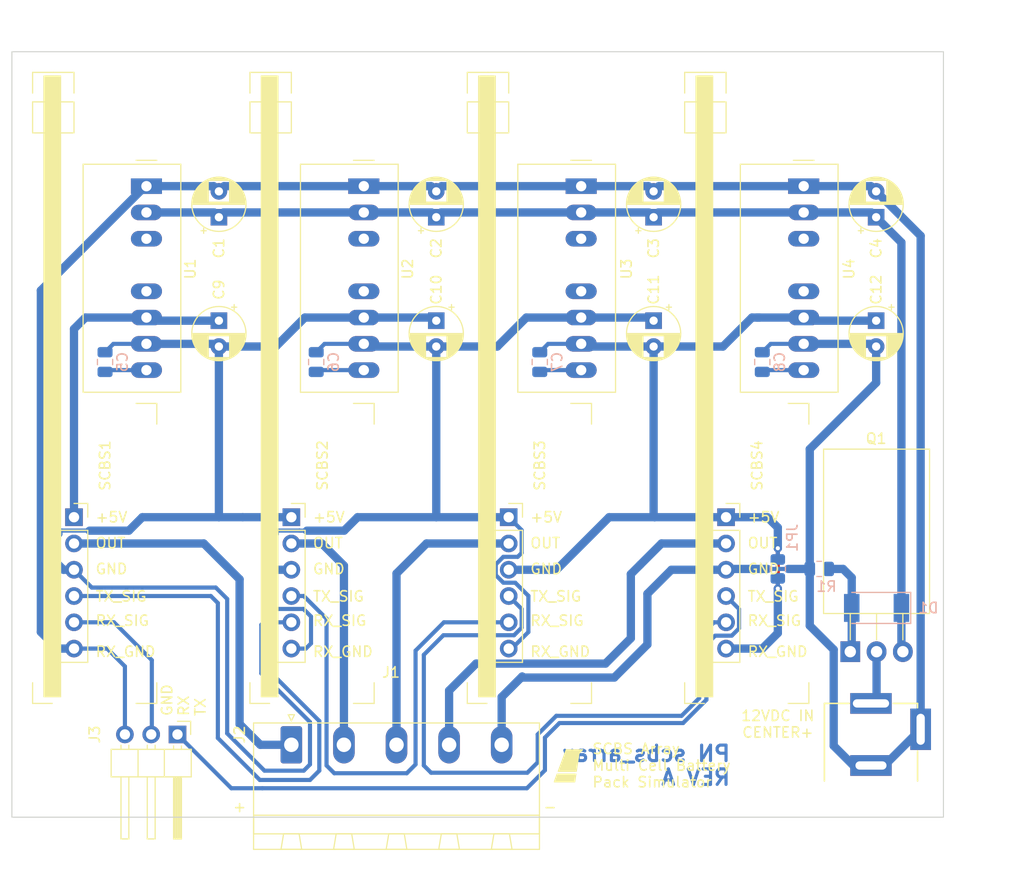
<source format=kicad_pcb>
(kicad_pcb (version 20211014) (generator pcbnew)
  (title_block (title "SCBS Pico Array") (date "2022-11-24") (rev "A") (company "Pants for Birds") (comment 1 "John McNelly - jkailimcnelly@gmail.com"))
  (layers (0 "F.Cu" signal) (31 "B.Cu" signal) (34 "B.Paste" user) (35 "F.Paste" user) (36 "B.SilkS" user "B.Silkscreen") (37 "F.SilkS" user "F.Silkscreen") (38 "B.Mask" user) (39 "F.Mask" user) (44 "Edge.Cuts" user))
  (net 0 "")
  (net 1 "+12V")
  (net 2 "GND")
  (net 3 "Net-(C5-Pad1)")
  (net 4 "/CELL2_5V")
  (net 5 "Net-(C6-Pad1)")
  (net 6 "/CELL3_5V")
  (net 7 "Net-(C7-Pad1)")
  (net 8 "+5V")
  (net 9 "Net-(C8-Pad1)")
  (net 10 "/CELL1_5V")
  (net 11 "Net-(D1-Pad2)")
  (net 12 "Net-(J1-Pad1)")
  (net 13 "/CELL1_OUT")
  (net 14 "/CELL2_OUT")
  (net 15 "/CELL3_OUT")
  (net 16 "/CELL4_OUT")
  (net 17 "/ARRAY_TX")
  (net 18 "/ARRAY_RX")
  (net 19 "Net-(SCBS1-Pad4)")
  (net 20 "Net-(SCBS2-Pad4)")
  (net 21 "Net-(SCBS3-Pad4)")
  (footprint "lib_fp:SCBS_Pico" (layer "F.Cu") (at 47 65)
    (fp_text reference "SCBS2" (at 3 -5 90) (layer "F.SilkS"))
    (fp_text value "SCBS_Pico")
    (fp_text user "RX_SIG" (at 2 10 unlocked) (layer "F.SilkS") (effects (justify left)))
    (fp_text user "OUT" (at 2 2.5 unlocked) (layer "F.SilkS") (effects (justify left)))
    (fp_text user "TX_SIG" (at 2 7.65 unlocked) (layer "F.SilkS") (effects (justify left)))
    (fp_text user "+5V" (at 2 0 unlocked) (layer "F.SilkS") (effects (justify left)))
    (fp_text user "GND" (at 2 5 unlocked) (layer "F.SilkS") (effects (justify left)))
    (fp_text user "RX_GND" (at 2 13 unlocked) (layer "F.SilkS") (effects (justify left)))
    (pad "1" thru_hole rect (at 0 0) (size 1.7 1.7) (drill 1) (layers *.Cu *.Mask) (net 4 "/CELL2_5V"))
    (pad "2" thru_hole oval (at 0 2.54) (size 1.7 1.7) (drill 1) (layers *.Cu *.Mask) (net 14 "/CELL2_OUT"))
    (pad "3" thru_hole oval (at 0 5.08) (size 1.7 1.7) (drill 1) (layers *.Cu *.Mask) (net 6 "/CELL3_5V"))
    (pad "4" thru_hole oval (at 0 7.62) (size 1.7 1.7) (drill 1) (layers *.Cu *.Mask) (net 20 "Net-(SCBS2-Pad4)"))
    (pad "5" thru_hole oval (at 0 10.16) (size 1.7 1.7) (drill 1) (layers *.Cu *.Mask) (net 19 "Net-(SCBS1-Pad4)"))
    (pad "6" thru_hole oval (at 0 12.7) (size 1.7 1.7) (drill 1) (layers *.Cu *.Mask) (net 4 "/CELL2_5V"))
  )
  (footprint "Converter_DCDC:Converter_DCDC_TRACO_TMR-xxxx_THT" (layer "F.Cu") (at 33 33 -90)
    (fp_text reference "U1" (at 8 -4.24 90) (layer "F.SilkS"))
    (fp_text value "WRB1205S-3WR2")
    (pad "1" thru_hole rect (at 0 0 270) (size 1.5 3) (drill 1) (layers *.Cu *.Mask) (net 2 "GND"))
    (pad "2" thru_hole oval (at 2.54 0 270) (size 1.5 3) (drill 1) (layers *.Cu *.Mask) (net 1 "+12V"))
    (pad "3" thru_hole oval (at 5.08 0 270) (size 1.5 3) (drill 1) (layers *.Cu *.Mask))
    (pad "5" thru_hole oval (at 10.16 0 270) (size 1.5 3) (drill 1) (layers *.Cu *.Mask))
    (pad "6" thru_hole oval (at 12.7 0 270) (size 1.5 3) (drill 1) (layers *.Cu *.Mask) (net 10 "/CELL1_5V"))
    (pad "7" thru_hole oval (at 15.24 0 270) (size 1.5 3) (drill 1) (layers *.Cu *.Mask) (net 4 "/CELL2_5V"))
    (pad "8" thru_hole oval (at 17.78 0 270) (size 1.5 3) (drill 1) (layers *.Cu *.Mask) (net 3 "Net-(C5-Pad1)"))
  )
  (footprint "Capacitor_THT:CP_Radial_D5.0mm_P2.50mm" (layer "F.Cu") (at 61 46 -90)
    (fp_text reference "C10" (at -3 0 90) (layer "F.SilkS"))
    (fp_text value "100uF")
    (pad "1" thru_hole rect (at 0 0 270) (size 1.6 1.6) (drill 0.8) (layers *.Cu *.Mask) (net 4 "/CELL2_5V"))
    (pad "2" thru_hole circle (at 2.5 0 270) (size 1.6 1.6) (drill 0.8) (layers *.Cu *.Mask) (net 6 "/CELL3_5V"))
  )
  (footprint "Capacitor_THT:CP_Radial_D5.0mm_P2.50mm" (layer "F.Cu") (at 103.5 46 -90)
    (fp_text reference "C12" (at -3 0 90) (layer "F.SilkS"))
    (fp_text value "100uF")
    (pad "1" thru_hole rect (at 0 0 270) (size 1.6 1.6) (drill 0.8) (layers *.Cu *.Mask) (net 8 "+5V"))
    (pad "2" thru_hole circle (at 2.5 0 270) (size 1.6 1.6) (drill 0.8) (layers *.Cu *.Mask) (net 2 "GND"))
  )
  (footprint "Connector_PinHeader_2.54mm:PinHeader_1x03_P2.54mm_Horizontal" (layer "F.Cu") (at 36 86 -90)
    (fp_text reference "J3" (at 0 8 90) (layer "F.SilkS"))
    (fp_text value "Conn_01x03_Male")
    (pad "1" thru_hole rect (at 0 0 270) (size 1.7 1.7) (drill 1) (layers *.Cu *.Mask) (net 17 "/ARRAY_TX"))
    (pad "2" thru_hole oval (at 0 2.54 270) (size 1.7 1.7) (drill 1) (layers *.Cu *.Mask) (net 18 "/ARRAY_RX"))
    (pad "3" thru_hole oval (at 0 5.08 270) (size 1.7 1.7) (drill 1) (layers *.Cu *.Mask) (net 2 "GND"))
  )
  (footprint "Custom_Graphic:bird_with_pants_small_flipped" (layer "F.Cu") (at 74 89)
    (fp_text reference "GRAPHIC1" hide)
    (fp_text value "Graphic" hide)
  )
  (footprint "Capacitor_THT:CP_Radial_D5.0mm_P2.50mm" (layer "F.Cu") (at 61 36 90)
    (fp_text reference "C2" (at -3 0 90) (layer "F.SilkS"))
    (fp_text value "100uF 25V")
    (pad "1" thru_hole rect (at 0 0 90) (size 1.6 1.6) (drill 0.8) (layers *.Cu *.Mask) (net 1 "+12V"))
    (pad "2" thru_hole circle (at 2.5 0 90) (size 1.6 1.6) (drill 0.8) (layers *.Cu *.Mask) (net 2 "GND"))
  )
  (footprint "Capacitor_THT:CP_Radial_D5.0mm_P2.50mm" (layer "F.Cu") (at 82 46 -90)
    (fp_text reference "C11" (at -3 0 90) (layer "F.SilkS"))
    (fp_text value "100uF")
    (pad "1" thru_hole rect (at 0 0 270) (size 1.6 1.6) (drill 0.8) (layers *.Cu *.Mask) (net 6 "/CELL3_5V"))
    (pad "2" thru_hole circle (at 2.5 0 270) (size 1.6 1.6) (drill 0.8) (layers *.Cu *.Mask) (net 8 "+5V"))
  )
  (footprint "Converter_DCDC:Converter_DCDC_TRACO_TMR-xxxx_THT" (layer "F.Cu") (at 96.5 33 -90)
    (fp_text reference "U4" (at 8 -4.38 90) (layer "F.SilkS"))
    (fp_text value "WRB1205S-3WR2")
    (pad "1" thru_hole rect (at 0 0 270) (size 1.5 3) (drill 1) (layers *.Cu *.Mask) (net 2 "GND"))
    (pad "2" thru_hole oval (at 2.54 0 270) (size 1.5 3) (drill 1) (layers *.Cu *.Mask) (net 1 "+12V"))
    (pad "3" thru_hole oval (at 5.08 0 270) (size 1.5 3) (drill 1) (layers *.Cu *.Mask))
    (pad "5" thru_hole oval (at 10.16 0 270) (size 1.5 3) (drill 1) (layers *.Cu *.Mask))
    (pad "6" thru_hole oval (at 12.7 0 270) (size 1.5 3) (drill 1) (layers *.Cu *.Mask) (net 8 "+5V"))
    (pad "7" thru_hole oval (at 15.24 0 270) (size 1.5 3) (drill 1) (layers *.Cu *.Mask) (net 2 "GND"))
    (pad "8" thru_hole oval (at 17.78 0 270) (size 1.5 3) (drill 1) (layers *.Cu *.Mask) (net 9 "Net-(C8-Pad1)"))
  )
  (footprint "Capacitor_THT:CP_Radial_D5.0mm_P2.50mm" (layer "F.Cu") (at 40 36 90)
    (fp_text reference "C1" (at -3 0 90) (layer "F.SilkS"))
    (fp_text value "100uF 25V")
    (pad "1" thru_hole rect (at 0 0 90) (size 1.6 1.6) (drill 0.8) (layers *.Cu *.Mask) (net 1 "+12V"))
    (pad "2" thru_hole circle (at 2.5 0 90) (size 1.6 1.6) (drill 0.8) (layers *.Cu *.Mask) (net 2 "GND"))
  )
  (footprint "Custom_Connector_BarrelJack:SOFNG_DC005-T20" (layer "F.Cu") (at 103 96.5 90)
    (fp_text reference "J1" (at 16.5 -46.365) (layer "F.SilkS"))
    (fp_text value "Barrel_Jack")
    (pad "1" thru_hole rect (at 13.5 0 90) (size 2 4) (drill oval 0.8 3.5) (layers *.Cu *.Mask) (net 12 "Net-(J1-Pad1)"))
    (pad "2" thru_hole rect (at 11 4.8 90) (size 4 2) (drill oval 3 0.8) (layers *.Cu *.Mask) (net 2 "GND"))
    (pad "2" thru_hole rect (at 7.5 0 90) (size 2 4) (drill oval 0.8 3) (layers *.Cu *.Mask) (net 2 "GND"))
  )
  (footprint "lib_fp:SCBS_Pico" (layer "F.Cu") (at 68 65)
    (fp_text reference "SCBS3" (at 3 -5 90) (layer "F.SilkS"))
    (fp_text value "SCBS_Pico")
    (fp_text user "OUT" (at 2 2.5 unlocked) (layer "F.SilkS") (effects (justify left)))
    (fp_text user "GND" (at 2 5 unlocked) (layer "F.SilkS") (effects (justify left)))
    (fp_text user "RX_GND" (at 2 13 unlocked) (layer "F.SilkS") (effects (justify left)))
    (fp_text user "+5V" (at 2 0 unlocked) (layer "F.SilkS") (effects (justify left)))
    (fp_text user "TX_SIG" (at 2 7.65 unlocked) (layer "F.SilkS") (effects (justify left)))
    (fp_text user "RX_SIG" (at 2 10 unlocked) (layer "F.SilkS") (effects (justify left)))
    (pad "1" thru_hole rect (at 0 0) (size 1.7 1.7) (drill 1) (layers *.Cu *.Mask) (net 6 "/CELL3_5V"))
    (pad "2" thru_hole oval (at 0 2.54) (size 1.7 1.7) (drill 1) (layers *.Cu *.Mask) (net 15 "/CELL3_OUT"))
    (pad "3" thru_hole oval (at 0 5.08) (size 1.7 1.7) (drill 1) (layers *.Cu *.Mask) (net 8 "+5V"))
    (pad "4" thru_hole oval (at 0 7.62) (size 1.7 1.7) (drill 1) (layers *.Cu *.Mask) (net 21 "Net-(SCBS3-Pad4)"))
    (pad "5" thru_hole oval (at 0 10.16) (size 1.7 1.7) (drill 1) (layers *.Cu *.Mask) (net 20 "Net-(SCBS2-Pad4)"))
    (pad "6" thru_hole oval (at 0 12.7) (size 1.7 1.7) (drill 1) (layers *.Cu *.Mask) (net 6 "/CELL3_5V"))
  )
  (footprint "Connector_Phoenix_MSTB:PhoenixContact_MSTBA_2,5_5-G-5,08_1x05_P5.08mm_Horizontal" (layer "F.Cu") (at 47 87)
    (fp_text reference "J2" (at -5 -1 90) (layer "F.SilkS"))
    (fp_text value "Phoenix MSTBA 1x05 5.08mm")
    (pad "1" thru_hole roundrect (at 0 0) (size 2.08 3.6) (drill 1.4) (layers *.Cu *.Mask) (roundrect_rratio 0.120192) (net 13 "/CELL1_OUT"))
    (pad "2" thru_hole oval (at 5.08 0) (size 2.08 3.6) (drill 1.4) (layers *.Cu *.Mask) (net 14 "/CELL2_OUT"))
    (pad "3" thru_hole oval (at 10.16 0) (size 2.08 3.6) (drill 1.4) (layers *.Cu *.Mask) (net 15 "/CELL3_OUT"))
    (pad "4" thru_hole oval (at 15.24 0) (size 2.08 3.6) (drill 1.4) (layers *.Cu *.Mask) (net 16 "/CELL4_OUT"))
    (pad "5" thru_hole oval (at 20.32 0) (size 2.08 3.6) (drill 1.4) (layers *.Cu *.Mask) (net 2 "GND"))
  )
  (footprint "lib_fp:SCBS_Pico" (layer "F.Cu") (at 26 65)
    (fp_text reference "SCBS1" (at 3 -5 90) (layer "F.SilkS"))
    (fp_text value "SCBS_Pico")
    (fp_text user "GND" (at 2 5 unlocked) (layer "F.SilkS") (effects (justify left)))
    (fp_text user "OUT" (at 2 2.5 unlocked) (layer "F.SilkS") (effects (justify left)))
    (fp_text user "+5V" (at 2 0 unlocked) (layer "F.SilkS") (effects (justify left)))
    (fp_text user "RX_SIG" (at 2 10 unlocked) (layer "F.SilkS") (effects (justify left)))
    (fp_text user "RX_GND" (at 2 13 unlocked) (layer "F.SilkS") (effects (justify left)))
    (fp_text user "TX_SIG" (at 2 7.65 unlocked) (layer "F.SilkS") (effects (justify left)))
    (pad "1" thru_hole rect (at 0 0) (size 1.7 1.7) (drill 1) (layers *.Cu *.Mask) (net 10 "/CELL1_5V"))
    (pad "2" thru_hole oval (at 0 2.54) (size 1.7 1.7) (drill 1) (layers *.Cu *.Mask) (net 13 "/CELL1_OUT"))
    (pad "3" thru_hole oval (at 0 5.08) (size 1.7 1.7) (drill 1) (layers *.Cu *.Mask) (net 4 "/CELL2_5V"))
    (pad "4" thru_hole oval (at 0 7.62) (size 1.7 1.7) (drill 1) (layers *.Cu *.Mask) (net 19 "Net-(SCBS1-Pad4)"))
    (pad "5" thru_hole oval (at 0 10.16) (size 1.7 1.7) (drill 1) (layers *.Cu *.Mask) (net 18 "/ARRAY_RX"))
    (pad "6" thru_hole oval (at 0 12.7) (size 1.7 1.7) (drill 1) (layers *.Cu *.Mask) (net 2 "GND"))
  )
  (footprint "MountingHole:MountingHole_3.2mm_M3" (layer "F.Cu") (at 35 24)
    (fp_text reference "H4" hide)
    (fp_text value "MountingHole")
    (pad "" np_thru_hole circle (at 0 0) (size 3.2 3.2) (drill 3.2) (layers *.Cu *.Mask))
  )
  (footprint "MountingHole:MountingHole_3.2mm_M3" (layer "F.Cu") (at 24 90)
    (fp_text reference "H1" hide)
    (fp_text value "MountingHole")
    (pad "" np_thru_hole circle (at 0 0) (size 3.2 3.2) (drill 3.2) (layers *.Cu *.Mask))
  )
  (footprint "Converter_DCDC:Converter_DCDC_TRACO_TMR-xxxx_THT" (layer "F.Cu") (at 54 33 -90)
    (fp_text reference "U2" (at 8 -4.24 90) (layer "F.SilkS"))
    (fp_text value "WRB1205S-3WR2")
    (pad "1" thru_hole rect (at 0 0 270) (size 1.5 3) (drill 1) (layers *.Cu *.Mask) (net 2 "GND"))
    (pad "2" thru_hole oval (at 2.54 0 270) (size 1.5 3) (drill 1) (layers *.Cu *.Mask) (net 1 "+12V"))
    (pad "3" thru_hole oval (at 5.08 0 270) (size 1.5 3) (drill 1) (layers *.Cu *.Mask))
    (pad "5" thru_hole oval (at 10.16 0 270) (size 1.5 3) (drill 1) (layers *.Cu *.Mask))
    (pad "6" thru_hole oval (at 12.7 0 270) (size 1.5 3) (drill 1) (layers *.Cu *.Mask) (net 4 "/CELL2_5V"))
    (pad "7" thru_hole oval (at 15.24 0 270) (size 1.5 3) (drill 1) (layers *.Cu *.Mask) (net 6 "/CELL3_5V"))
    (pad "8" thru_hole oval (at 17.78 0 270) (size 1.5 3) (drill 1) (layers *.Cu *.Mask) (net 5 "Net-(C6-Pad1)"))
  )
  (footprint "Capacitor_THT:CP_Radial_D5.0mm_P2.50mm" (layer "F.Cu") (at 40 46 -90)
    (fp_text reference "C9" (at -3 0 90) (layer "F.SilkS"))
    (fp_text value "100uF")
    (pad "1" thru_hole rect (at 0 0 270) (size 1.6 1.6) (drill 0.8) (layers *.Cu *.Mask) (net 10 "/CELL1_5V"))
    (pad "2" thru_hole circle (at 2.5 0 270) (size 1.6 1.6) (drill 0.8) (layers *.Cu *.Mask) (net 4 "/CELL2_5V"))
  )
  (footprint "lib_fp:SCBS_Pico" (layer "F.Cu") (at 89 65)
    (fp_text reference "SCBS4" (at 3 -5 90) (layer "F.SilkS"))
    (fp_text value "SCBS_Pico")
    (fp_text user "OUT" (at 2 2.5 unlocked) (layer "F.SilkS") (effects (justify left)))
    (fp_text user "GND" (at 2 5 unlocked) (layer "F.SilkS") (effects (justify left)))
    (fp_text user "RX_GND" (at 2 13 unlocked) (layer "F.SilkS") (effects (justify left)))
    (fp_text user "+5V" (at 2 0 unlocked) (layer "F.SilkS") (effects (justify left)))
    (fp_text user "TX_SIG" (at 2 7.65 unlocked) (layer "F.SilkS") (effects (justify left)))
    (fp_text user "RX_SIG" (at 2 10 unlocked) (layer "F.SilkS") (effects (justify left)))
    (pad "1" thru_hole rect (at 0 0) (size 1.7 1.7) (drill 1) (layers *.Cu *.Mask) (net 8 "+5V"))
    (pad "2" thru_hole oval (at 0 2.54) (size 1.7 1.7) (drill 1) (layers *.Cu *.Mask) (net 16 "/CELL4_OUT"))
    (pad "3" thru_hole oval (at 0 5.08) (size 1.7 1.7) (drill 1) (layers *.Cu *.Mask) (net 2 "GND"))
    (pad "4" thru_hole oval (at 0 7.62) (size 1.7 1.7) (drill 1) (layers *.Cu *.Mask) (net 17 "/ARRAY_TX"))
    (pad "5" thru_hole oval (at 0 10.16) (size 1.7 1.7) (drill 1) (layers *.Cu *.Mask) (net 21 "Net-(SCBS3-Pad4)"))
    (pad "6" thru_hole oval (at 0 12.7) (size 1.7 1.7) (drill 1) (layers *.Cu *.Mask) (net 8 "+5V"))
  )
  (footprint "MountingHole:MountingHole_3.2mm_M3" (layer "F.Cu") (at 94 90)
    (fp_text reference "H2" hide)
    (fp_text value "MountingHole")
    (pad "" np_thru_hole circle (at 0 0) (size 3.2 3.2) (drill 3.2) (layers *.Cu *.Mask))
  )
  (footprint "Package_TO_SOT_THT:TO-220-3_Horizontal_TabDown" (layer "F.Cu") (at 101 78)
    (fp_text reference "Q1" (at 2.5 -20.6) (layer "F.SilkS"))
    (fp_text value "FQP27P06")
    (pad "" np_thru_hole oval (at 2.54 -16.66) (size 3.5 3.5) (drill 3.5) (layers *.Cu *.Mask))
    (pad "1" thru_hole rect (at 0 0) (size 1.905 2) (drill 1.1) (layers *.Cu *.Mask) (net 11 "Net-(D1-Pad2)"))
    (pad "2" thru_hole oval (at 2.54 0) (size 1.905 2) (drill 1.1) (layers *.Cu *.Mask) (net 12 "Net-(J1-Pad1)"))
    (pad "3" thru_hole oval (at 5.08 0) (size 1.905 2) (drill 1.1) (layers *.Cu *.Mask) (net 1 "+12V"))
  )
  (footprint "Capacitor_THT:CP_Radial_D5.0mm_P2.50mm" (layer "F.Cu") (at 82 36 90)
    (fp_text reference "C3" (at -3 0 90) (layer "F.SilkS"))
    (fp_text value "100uF 25V")
    (pad "1" thru_hole rect (at 0 0 90) (size 1.6 1.6) (drill 0.8) (layers *.Cu *.Mask) (net 1 "+12V"))
    (pad "2" thru_hole circle (at 2.5 0 90) (size 1.6 1.6) (drill 0.8) (layers *.Cu *.Mask) (net 2 "GND"))
  )
  (footprint "MountingHole:MountingHole_3.2mm_M3" (layer "F.Cu") (at 106 24)
    (fp_text reference "H3" hide)
    (fp_text value "MountingHole")
    (pad "" np_thru_hole circle (at 0 0) (size 3.2 3.2) (drill 3.2) (layers *.Cu *.Mask))
  )
  (footprint "Converter_DCDC:Converter_DCDC_TRACO_TMR-xxxx_THT" (layer "F.Cu") (at 75 33 -90)
    (fp_text reference "U3" (at 8 -4.38 90) (layer "F.SilkS"))
    (fp_text value "WRB1205S-3WR2")
    (pad "1" thru_hole rect (at 0 0 270) (size 1.5 3) (drill 1) (layers *.Cu *.Mask) (net 2 "GND"))
    (pad "2" thru_hole oval (at 2.54 0 270) (size 1.5 3) (drill 1) (layers *.Cu *.Mask) (net 1 "+12V"))
    (pad "3" thru_hole oval (at 5.08 0 270) (size 1.5 3) (drill 1) (layers *.Cu *.Mask))
    (pad "5" thru_hole oval (at 10.16 0 270) (size 1.5 3) (drill 1) (layers *.Cu *.Mask))
    (pad "6" thru_hole oval (at 12.7 0 270) (size 1.5 3) (drill 1) (layers *.Cu *.Mask) (net 6 "/CELL3_5V"))
    (pad "7" thru_hole oval (at 15.24 0 270) (size 1.5 3) (drill 1) (layers *.Cu *.Mask) (net 8 "+5V"))
    (pad "8" thru_hole oval (at 17.78 0 270) (size 1.5 3) (drill 1) (layers *.Cu *.Mask) (net 7 "Net-(C7-Pad1)"))
  )
  (footprint "Capacitor_THT:CP_Radial_D5.0mm_P2.50mm" (layer "F.Cu") (at 103.5 36 90)
    (fp_text reference "C4" (at -3 0 90) (layer "F.SilkS"))
    (fp_text value "100uF 25V")
    (pad "1" thru_hole rect (at 0 0 90) (size 1.6 1.6) (drill 0.8) (layers *.Cu *.Mask) (net 1 "+12V"))
    (pad "2" thru_hole circle (at 2.5 0 90) (size 1.6 1.6) (drill 0.8) (layers *.Cu *.Mask) (net 2 "GND"))
  )
  (footprint "Custom_Graphic:PCB_PN_REV" (layer "B.Cu") (at 81.15 90.55 180)
    (fp_text reference "PCB1" hide)
    (fp_text value "PCB" hide)
    (fp_text user "${REV}" (at -8.4 0.4 unlocked) (layer "B.Cu") (effects (font (size 1.5 1.5) (thickness 0.3)) (justify left mirror)))
    (fp_text user "${MPN}" (at -8.4 2.7 unlocked) (layer "B.Cu") (effects (font (size 1.5 1.5) (thickness 0.3)) (justify left mirror)))
  )
  (footprint "Resistor_SMD:R_0805_2012Metric" (layer "B.Cu") (at 98 70 180)
    (fp_text reference "R1" (at -0.7 -1.7) (layer "B.SilkS") (effects (justify mirror)))
    (fp_text value "2k")
    (pad "1" smd roundrect (at -0.9125 0 180) (size 1.025 1.4) (layers "B.Cu" "B.Paste" "B.Mask") (roundrect_rratio 0.243902) (net 11 "Net-(D1-Pad2)"))
    (pad "2" smd roundrect (at 0.9125 0 180) (size 1.025 1.4) (layers "B.Cu" "B.Paste" "B.Mask") (roundrect_rratio 0.243902) (net 2 "GND"))
  )
  (footprint "Capacitor_SMD:C_0805_2012Metric" (layer "B.Cu") (at 71 50 90)
    (fp_text reference "C7" (at 0 1.68 90) (layer "B.SilkS") (effects (justify mirror)))
    (fp_text value "10uF")
    (pad "1" smd roundrect (at -0.95 0 90) (size 1 1.45) (layers "B.Cu" "B.Paste" "B.Mask") (net 7 "Net-(C7-Pad1)"))
    (pad "2" smd roundrect (at 0.95 0 90) (size 1 1.45) (layers "B.Cu" "B.Paste" "B.Mask") (net 8 "+5V"))
  )
  (footprint "Diode_SMD:D_MELF" (layer "B.Cu") (at 103.54 73.770001 180)
    (fp_text reference "D1" (at -5 0) (layer "B.SilkS") (effects (justify mirror)))
    (fp_text value "10V 0.5W")
    (pad "1" smd rect (at -2.4 0 180) (size 1.5 2.7) (layers "B.Cu" "B.Paste" "B.Mask") (net 1 "+12V"))
    (pad "2" smd rect (at 2.4 0 180) (size 1.5 2.7) (layers "B.Cu" "B.Paste" "B.Mask") (net 11 "Net-(D1-Pad2)"))
  )
  (footprint "Capacitor_SMD:C_0805_2012Metric" (layer "B.Cu") (at 49.4 50 90)
    (fp_text reference "C6" (at 0 1.68 90) (layer "B.SilkS") (effects (justify mirror)))
    (fp_text value "10uF")
    (pad "1" smd roundrect (at -0.95 0 90) (size 1 1.45) (layers "B.Cu" "B.Paste" "B.Mask") (net 5 "Net-(C6-Pad1)"))
    (pad "2" smd roundrect (at 0.95 0 90) (size 1 1.45) (layers "B.Cu" "B.Paste" "B.Mask") (net 6 "/CELL3_5V"))
  )
  (footprint "Resistor_SMD:R_0805_2012Metric" (layer "B.Cu") (at 94 70 90)
    (fp_text reference "JP1" (at 3 1.4 90) (layer "B.SilkS") (effects (justify mirror)))
    (fp_text value "0R")
    (pad "1" smd roundrect (at -0.9125 0 90) (size 1.025 1.4) (layers "B.Cu" "B.Paste" "B.Mask") (roundrect_rratio 0.243902) (net 8 "+5V"))
    (pad "2" smd roundrect (at 0.9125 0 90) (size 1.025 1.4) (layers "B.Cu" "B.Paste" "B.Mask") (roundrect_rratio 0.243902) (net 8 "+5V"))
  )
  (footprint "Capacitor_SMD:C_0805_2012Metric" (layer "B.Cu") (at 29 50 90)
    (fp_text reference "C5" (at 0 1.68 90) (layer "B.SilkS") (effects (justify mirror)))
    (fp_text value "10uF")
    (pad "1" smd roundrect (at -0.95 0 90) (size 1 1.45) (layers "B.Cu" "B.Paste" "B.Mask") (net 3 "Net-(C5-Pad1)"))
    (pad "2" smd roundrect (at 0.95 0 90) (size 1 1.45) (layers "B.Cu" "B.Paste" "B.Mask") (net 4 "/CELL2_5V"))
  )
  (footprint "Capacitor_SMD:C_0805_2012Metric" (layer "B.Cu") (at 92.5 50 90)
    (fp_text reference "C8" (at 0 1.68 90) (layer "B.SilkS") (effects (justify mirror)))
    (fp_text value "10uF")
    (pad "1" smd roundrect (at -0.95 0 90) (size 1 1.45) (layers "B.Cu" "B.Paste" "B.Mask") (net 9 "Net-(C8-Pad1)"))
    (pad "2" smd roundrect (at 0.95 0 90) (size 1 1.45) (layers "B.Cu" "B.Paste" "B.Mask") (net 2 "GND"))
  )
  (gr_rect (start 20 20) (end 110 94) (layer "Edge.Cuts") (width 0.1) (fill none))
  (gr_text "12VDC IN\nCENTER+" (at 94 85) (layer "F.SilkS") (effects (font (size 1 1))))
  (gr_text "GND\nRX\nTX" (at 36.6 84.3 90) (layer "F.SilkS") (effects (font (size 1 1)) (justify left)))
  (gr_text "+" (at 42 93) (layer "F.SilkS") (effects (font (size 1 1))))
  (gr_text "-" (at 72 93) (layer "F.SilkS") (effects (font (size 1 1))))
  (gr_text "SCBS Array\nMulti Cell Battery\nPack Simulator" (at 76 89) (layer "F.SilkS") (effects (font (size 1 1)) (justify left)))
  (segment (start 105.94 73.770001) (end 105.94 77.86) (width 0.8) (layer "B.Cu") (net 1))
  (segment (start 33 35.54) (end 39.54 35.54) (width 0.8) (layer "B.Cu") (net 1))
  (segment (start 105.94 77.86) (end 106.08 78) (width 0.8) (layer "B.Cu") (net 1))
  (segment (start 61.46 35.54) (end 61 36) (width 0.8) (layer "B.Cu") (net 1))
  (segment (start 39.54 35.54) (end 40 36) (width 0.8) (layer "B.Cu") (net 1))
  (segment (start 82.46 35.54) (end 82 36) (width 0.8) (layer "B.Cu") (net 1))
  (segment (start 81.54 35.54) (end 82 36) (width 0.8) (layer "B.Cu") (net 1))
  (segment (start 105.94 38.44) (end 103.5 36) (width 0.8) (layer "B.Cu") (net 1))
  (segment (start 96.5 35.54) (end 82.46 35.54) (width 0.8) (layer "B.Cu") (net 1))
  (segment (start 40.46 35.54) (end 40 36) (width 0.8) (layer "B.Cu") (net 1))
  (segment (start 60.54 35.54) (end 61 36) (width 0.8) (layer "B.Cu") (net 1))
  (segment (start 75 35.54) (end 61.46 35.54) (width 0.8) (layer "B.Cu") (net 1))
  (segment (start 105.94 73.770001) (end 105.94 38.44) (width 0.8) (layer "B.Cu") (net 1))
  (segment (start 96.5 35.54) (end 103.04 35.54) (width 0.8) (layer "B.Cu") (net 1))
  (segment (start 54 35.54) (end 60.54 35.54) (width 0.8) (layer "B.Cu") (net 1))
  (segment (start 54 35.54) (end 40.46 35.54) (width 0.8) (layer "B.Cu") (net 1))
  (segment (start 75 35.54) (end 81.54 35.54) (width 0.8) (layer "B.Cu") (net 1))
  (segment (start 103.04 35.54) (end 103.5 36) (width 0.8) (layer "B.Cu") (net 1))
  (segment (start 67.32 82.38) (end 67.32 87) (width 0.8) (layer "B.Cu") (net 2))
  (segment (start 96.5 33) (end 103 33) (width 0.8) (layer "B.Cu") (net 2))
  (segment (start 75 33) (end 61.5 33) (width 0.8) (layer "B.Cu") (net 2))
  (segment (start 97.0875 70) (end 97.0875 75.4875) (width 0.8) (layer "B.Cu") (net 2))
  (segment (start 93 70) (end 89.08 70) (width 0.8) (layer "B.Cu") (net 2))
  (segment (start 97.0875 75.4875) (end 99.4 77.8) (width 0.8) (layer "B.Cu") (net 2))
  (segment (start 75 33) (end 81.5 33) (width 0.8) (layer "B.Cu") (net 2))
  (segment (start 99.4 87.1) (end 101.3 89) (width 0.8) (layer "B.Cu") (net 2))
  (segment (start 96.5 48.24) (end 93.31 48.24) (width 0.4) (layer "B.Cu") (net 2))
  (segment (start 30.92 79.42) (end 30.92 86) (width 0.4) (layer "B.Cu") (net 2))
  (segment (start 33 33) (end 32.880812 33) (width 0.8) (layer "B.Cu") (net 2))
  (segment (start 54 33) (end 40.5 33) (width 0.8) (layer "B.Cu") (net 2))
  (segment (start 33 33) (end 39.5 33) (width 0.8) (layer "B.Cu") (net 2))
  (segment (start 82.5 33) (end 82 33.5) (width 0.8) (layer "B.Cu") (net 2))
  (segment (start 81.5 33) (end 82 33.5) (width 0.8) (layer "B.Cu") (net 2))
  (segment (start 83.72 70.08) (end 81.4 72.4) (width 0.8) (layer "B.Cu") (net 2))
  (segment (start 89 70.08) (end 83.72 70.08) (width 0.8) (layer "B.Cu") (net 2))
  (segment (start 40.5 33) (end 40 33.5) (width 0.8) (layer "B.Cu") (net 2))
  (segment (start 103.24 48.24) (end 103.5 48.5) (width 0.8) (layer "B.Cu") (net 2))
  (segment (start 107.8 85.5) (end 107.8 37.8) (width 0.8) (layer "B.Cu") (net 2))
  (segment (start 69.4 80.5) (end 69.3 80.4) (width 0.8) (layer "B.Cu") (net 2))
  (segment (start 61.5 33) (end 61 33.5) (width 0.8) (layer "B.Cu") (net 2))
  (segment (start 69.3 80.4) (end 67.32 82.38) (width 0.8) (layer "B.Cu") (net 2))
  (segment (start 60.5 33) (end 61 33.5) (width 0.8) (layer "B.Cu") (net 2))
  (segment (start 26 77.7) (end 29.2 77.7) (width 0.4) (layer "B.Cu") (net 2))
  (segment (start 89.08 70) (end 89 70.08) (width 0.8) (layer "B.Cu") (net 2))
  (segment (start 97.0875 58.4125) (end 103.5 52) (width 0.8) (layer "B.Cu") (net 2))
  (segment (start 93.31 48.24) (end 92.5 49.05) (width 0.4) (layer "B.Cu") (net 2))
  (segment (start 78.2 80.5) (end 69.4 80.5) (width 0.8) (layer "B.Cu") (net 2))
  (segment (start 103.5 52) (end 103.5 48.5) (width 0.8) (layer "B.Cu") (net 2))
  (segment (start 81.4 77.3) (end 78.2 80.5) (width 0.8) (layer "B.Cu") (net 2))
  (segment (start 54 33) (end 60.5 33) (width 0.8) (layer "B.Cu") (net 2))
  (segment (start 22.8 76.1) (end 24.4 77.7) (width 0.8) (layer "B.Cu") (net 2))
  (segment (start 97.0875 70) (end 95 70) (width 0.8) (layer "B.Cu") (net 2))
  (segment (start 22.8 43.080812) (end 22.8 76.1) (width 0.8) (layer "B.Cu") (net 2))
  (segment (start 103 89) (end 104.3 89) (width 0.8) (layer "B.Cu") (net 2))
  (segment (start 107.8 37.8) (end 103.5 33.5) (width 0.8) (layer "B.Cu") (net 2))
  (segment (start 81.4 72.4) (end 81.4 77.3) (width 0.8) (layer "B.Cu") (net 2))
  (segment (start 32.880812 33) (end 22.8 43.080812) (width 0.8) (layer "B.Cu") (net 2))
  (segment (start 95 70) (end 93 70) (width 0.4) (layer "B.Cu") (net 2))
  (segment (start 99.4 77.8) (end 99.4 87.1) (width 0.8) (layer "B.Cu") (net 2))
  (segment (start 104.3 89) (end 107.8 85.5) (width 0.8) (layer "B.Cu") (net 2))
  (segment (start 96.5 33) (end 82.5 33) (width 0.8) (layer "B.Cu") (net 2))
  (segment (start 101.3 89) (end 103 89) (width 0.8) (layer "B.Cu") (net 2))
  (segment (start 96.5 48.24) (end 103.24 48.24) (width 0.8) (layer "B.Cu") (net 2))
  (segment (start 97.0875 70) (end 97.0875 58.4125) (width 0.8) (layer "B.Cu") (net 2))
  (segment (start 39.5 33) (end 40 33.5) (width 0.8) (layer "B.Cu") (net 2))
  (segment (start 103 33) (end 103.5 33.5) (width 0.8) (layer "B.Cu") (net 2))
  (segment (start 29.2 77.7) (end 30.92 79.42) (width 0.4) (layer "B.Cu") (net 2))
  (segment (start 24.4 77.7) (end 26 77.7) (width 0.8) (layer "B.Cu") (net 2))
  (segment (start 33 50.78) (end 29.17 50.78) (width 0.4) (layer "B.Cu") (net 3))
  (segment (start 29.17 50.78) (end 29 50.95) (width 0.4) (layer "B.Cu") (net 3))
  (segment (start 40 48.5) (end 45.5 48.5) (width 0.8) (layer "B.Cu") (net 4))
  (segment (start 48.8 88.9) (end 48.2 89.5) (width 0.4) (layer "B.Cu") (net 4))
  (segment (start 40 65) (end 42.3 65) (width 0.8) (layer "B.Cu") (net 4))
  (segment (start 44.1 80.1) (end 48.8 84.8) (width 0.4) (layer "B.Cu") (net 4))
  (segment (start 48.9 74.6) (end 48.17 73.87) (width 0.4) (layer "B.Cu") (net 4))
  (segment (start 42.3 65) (end 47 65) (width 0.8) (layer "B.Cu") (net 4))
  (segment (start 48.8 84.8) (end 48.8 88.9) (width 0.4) (layer "B.Cu") (net 4))
  (segment (start 27.72 71.8) (end 26 70.08) (width 0.4) (layer "B.Cu") (net 4))
  (segment (start 45.63 73.87) (end 44.1 75.4) (width 0.4) (layer "B.Cu") (net 4))
  (segment (start 48.4 77.7) (end 48.9 77.2) (width 0.4) (layer "B.Cu") (net 4))
  (segment (start 26 70.08) (end 24.98 70.08) (width 0.8) (layer "B.Cu") (net 4))
  (segment (start 40.8 72.9) (end 39.7 71.8) (width 0.4) (layer "B.Cu") (net 4))
  (segment (start 40.8 85.9) (end 40.8 72.9) (width 0.4) (layer "B.Cu") (net 4))
  (segment (start 39.74 48.24) (end 40 48.5) (width 0.8) (layer "B.Cu") (net 4))
  (segment (start 29 49.05) (end 29.81 48.24) (width 0.4) (layer "B.Cu") (net 4))
  (segment (start 40 48.5) (end 40 65) (width 0.8) (layer "B.Cu") (net 4))
  (segment (start 27.5 66.3) (end 27.49 66.29) (width 0.4) (layer "B.Cu") (net 4))
  (segment (start 48.3 45.7) (end 54 45.7) (width 0.8) (layer "B.Cu") (net 4))
  (segment (start 31.3 66.3) (end 27.5 66.3) (width 0.8) (layer "B.Cu") (net 4))
  (segment (start 45.5 48.5) (end 48.3 45.7) (width 0.8) (layer "B.Cu") (net 4))
  (segment (start 60.7 45.7) (end 61 46) (width 0.8) (layer "B.Cu") (net 4))
  (segment (start 24.1 67) (end 24.5 66.6) (width 0.8) (layer "B.Cu") (net 4))
  (segment (start 27.49 66.29) (end 24.81 66.29) (width 0.4) (layer "B.Cu") (net 4))
  (segment (start 48.17 73.87) (end 45.63 73.87) (width 0.4) (layer "B.Cu") (net 4))
  (segment (start 47 77.7) (end 48.4 77.7) (width 0.4) (layer "B.Cu") (net 4))
  (segment (start 44.4 89.5) (end 40.8 85.9) (width 0.4) (layer "B.Cu") (net 4))
  (segment (start 24.1 69.2) (end 24.1 67) (width 0.8) (layer "B.Cu") (net 4))
  (segment (start 54 45.7) (end 60.7 45.7) (width 0.8) (layer "B.Cu") (net 4))
  (segment (start 39.7 71.8) (end 27.72 71.8) (width 0.4) (layer "B.Cu") (net 4))
  (segment (start 32.6 65) (end 31.3 66.3) (width 0.8) (layer "B.Cu") (net 4))
  (segment (start 40 65) (end 32.6 65) (width 0.8) (layer "B.Cu") (net 4))
  (segment (start 29.81 48.24) (end 33 48.24) (width 0.4) (layer "B.Cu") (net 4))
  (segment (start 33 48.24) (end 39.74 48.24) (width 0.8) (layer "B.Cu") (net 4))
  (segment (start 24.81 66.29) (end 24.5 66.6) (width 0.4) (layer "B.Cu") (net 4))
  (segment (start 48.2 89.5) (end 44.4 89.5) (width 0.4) (layer "B.Cu") (net 4))
  (segment (start 44.1 75.4) (end 44.1 80.1) (width 0.4) (layer "B.Cu") (net 4))
  (segment (start 48.9 77.2) (end 48.9 74.6) (width 0.4) (layer "B.Cu") (net 4))
  (segment (start 24.98 70.08) (end 24.1 69.2) (width 0.8) (layer "B.Cu") (net 4))
  (segment (start 49.4 50.95) (end 49.57 50.78) (width 0.4) (layer "B.Cu") (net 5))
  (segment (start 49.57 50.78) (end 54 50.78) (width 0.4) (layer "B.Cu") (net 5))
  (segment (start 66.9 48.5) (end 69.7 45.7) (width 0.8) (layer "B.Cu") (net 6))
  (segment (start 69.7 45.7) (end 75 45.7) (width 0.8) (layer "B.Cu") (net 6))
  (segment (start 68.870001 68.83) (end 67.482233 68.83) (width 0.4) (layer "B.Cu") (net 6))
  (segment (start 68 65) (end 61 65) (width 0.8) (layer "B.Cu") (net 6))
  (segment (start 61 48.5) (end 61 65) (width 0.8) (layer "B.Cu") (net 6))
  (segment (start 45.28 70.08) (end 44.8 69.6) (width 0.8) (layer "B.Cu") (net 6))
  (segment (start 45.71 66.29) (end 47.79 66.29) (width 0.4) (layer "B.Cu") (net 6))
  (segment (start 50.21 48.24) (end 49.4 49.05) (width 0.4) (layer "B.Cu") (net 6))
  (segment (start 68 65) (end 69.25 66.25) (width 0.4) (layer "B.Cu") (net 6))
  (segment (start 75 45.7) (end 81.7 45.7) (width 0.8) (layer "B.Cu") (net 6))
  (segment (start 44.8 69.6) (end 44.8 67.2) (width 0.8) (layer "B.Cu") (net 6))
  (segment (start 61 65) (end 53.4 65) (width 0.8) (layer "B.Cu") (net 6))
  (segment (start 67.482233 71.33) (end 68.63 71.33) (width 0.4) (layer "B.Cu") (net 6))
  (segment (start 67.482233 68.83) (end 66.75 69.562233) (width 0.4) (layer "B.Cu") (net 6))
  (segment (start 66.75 69.562233) (end 66.75 70.597767) (width 0.4) (layer "B.Cu") (net 6))
  (segment (start 61 48.5) (end 66.9 48.5) (width 0.8) (layer "B.Cu") (net 6))
  (segment (start 81.7 45.7) (end 82 46) (width 0.8) (layer "B.Cu") (net 6))
  (segment (start 69.25 66.25) (end 69.25 68.450001) (width 0.4) (layer "B.Cu") (net 6))
  (segment (start 47.79 66.29) (end 47.8 66.3) (width 0.4) (layer "B.Cu") (net 6))
  (segment (start 44.8 67.2) (end 45.4 66.6) (width 0.8) (layer "B.Cu") (net 6))
  (segment (start 47.8 66.3) (end 48.5 66.3) (width 0.4) (layer "B.Cu") (net 6))
  (segment (start 69.9 72.6) (end 69.9 76.1) (width 0.4) (layer "B.Cu") (net 6))
  (segment (start 45.4 66.6) (end 45.71 66.29) (width 0.4) (layer "B.Cu") (net 6))
  (segment (start 52.1 66.3) (end 48.5 66.3) (width 0.8) (layer "B.Cu") (net 6))
  (segment (start 53.4 65) (end 52.1 66.3) (width 0.8) (layer "B.Cu") (net 6))
  (segment (start 69.9 76.1) (end 68.3 77.7) (width 0.4) (layer "B.Cu") (net 6))
  (segment (start 61 48.5) (end 54.26 48.5) (width 0.8) (layer "B.Cu") (net 6))
  (segment (start 68.3 77.7) (end 68 77.7) (width 0.4) (layer "B.Cu") (net 6))
  (segment (start 66.75 70.597767) (end 67.482233 71.33) (width 0.4) (layer "B.Cu") (net 6))
  (segment (start 68.63 71.33) (end 69.9 72.6) (width 0.4) (layer "B.Cu") (net 6))
  (segment (start 54.26 48.5) (end 54 48.24) (width 0.8) (layer "B.Cu") (net 6))
  (segment (start 69.25 68.450001) (end 68.870001 68.83) (width 0.4) (layer "B.Cu") (net 6))
  (segment (start 54 48.24) (end 50.21 48.24) (width 0.4) (layer "B.Cu") (net 6))
  (segment (start 47 70.08) (end 45.28 70.08) (width 0.8) (layer "B.Cu") (net 6))
  (segment (start 71 50.95) (end 71.17 50.78) (width 0.4) (layer "B.Cu") (net 7))
  (segment (start 71.17 50.78) (end 75 50.78) (width 0.4) (layer "B.Cu") (net 7))
  (segment (start 94 68) (end 94 71.9) (width 0.4) (layer "F.Cu") (net 8))
  (via (at 94 71.9) (size 0.8) (drill 0.4) (layers "F.Cu" "B.Cu") (net 8))
  (via (at 94 68) (size 0.8) (drill 0.4) (layers "F.Cu" "B.Cu") (net 8))
  (segment (start 75.26 48.5) (end 75 48.24) (width 0.8) (layer "B.Cu") (net 8))
  (segment (start 103.5 46) (end 96.8 46) (width 0.8) (layer "B.Cu") (net 8))
  (segment (start 94 71.9) (end 94 76.2) (width 0.8) (layer "B.Cu") (net 8))
  (segment (start 82 48.5) (end 82 64.9) (width 0.8) (layer "B.Cu") (net 8))
  (segment (start 92 45.7) (end 96.5 45.7) (width 0.8) (layer "B.Cu") (net 8))
  (segment (start 91.5 45.7) (end 92.2 45.7) (width 0.8) (layer "B.Cu") (net 8))
  (segment (start 68 70.08) (end 72.62 70.08) (width 0.8) (layer "B.Cu") (net 8))
  (segment (start 82 64.9) (end 82.1 65) (width 0.8) (layer "B.Cu") (net 8))
  (segment (start 89 65) (end 93 65) (width 0.8) (layer "B.Cu") (net 8))
  (segment (start 94 71.9) (end 94 70.9125) (width 0.4) (layer "B.Cu") (net 8))
  (segment (start 77.7 65) (end 82.1 65) (width 0.8) (layer "B.Cu") (net 8))
  (segment (start 89 77.7) (end 92.5 77.7) (width 0.8) (layer "B.Cu") (net 8))
  (segment (start 88.7 48.5) (end 91.5 45.7) (width 0.8) (layer "B.Cu") (net 8))
  (segment (start 71.81 48.24) (end 71 49.05) (width 0.4) (layer "B.Cu") (net 8))
  (segment (start 94 69.0875) (end 94 68) (width 0.4) (layer "B.Cu") (net 8))
  (segment (start 82 48.5) (end 75.26 48.5) (width 0.8) (layer "B.Cu") (net 8))
  (segment (start 82 48.5) (end 88.7 48.5) (width 0.8) (layer "B.Cu") (net 8))
  (segment (start 93 65) (end 94 66) (width 0.8) (layer "B.Cu") (net 8))
  (segment (start 89 65) (end 82.1 65) (width 0.8) (layer "B.Cu") (net 8))
  (segment (start 96.8 46) (end 96.5 45.7) (width 0.8) (layer "B.Cu") (net 8))
  (segment (start 75 48.24) (end 71.81 48.24) (width 0.4) (layer "B.Cu") (net 8))
  (segment (start 92.5 77.7) (end 94 76.2) (width 0.8) (layer "B.Cu") (net 8))
  (segment (start 72.62 70.08) (end 77.7 65) (width 0.8) (layer "B.Cu") (net 8))
  (segment (start 94 66) (end 94 68) (width 0.8) (layer "B.Cu") (net 8))
  (segment (start 92.67 50.78) (end 96.5 50.78) (width 0.4) (layer "B.Cu") (net 9))
  (segment (start 92.5 50.95) (end 92.67 50.78) (width 0.4) (layer "B.Cu") (net 9))
  (segment (start 27.1 45.7) (end 26 46.8) (width 0.8) (layer "B.Cu") (net 10))
  (segment (start 26 46.8) (end 26 65) (width 0.8) (layer "B.Cu") (net 10))
  (segment (start 33.3 46) (end 33 45.7) (width 0.8) (layer "B.Cu") (net 10))
  (segment (start 40 46) (end 33.3 46) (width 0.8) (layer "B.Cu") (net 10))
  (segment (start 33 45.7) (end 27.1 45.7) (width 0.8) (layer "B.Cu") (net 10))
  (segment (start 101.14 73.770001) (end 101.14 77.86) (width 0.8) (layer "B.Cu") (net 11))
  (segment (start 100.3 70) (end 98.9125 70) (width 0.8) (layer "B.Cu") (net 11))
  (segment (start 101.14 77.86) (end 101 78) (width 0.8) (layer "B.Cu") (net 11))
  (segment (start 101.14 73.770001) (end 101.14 70.84) (width 0.8) (layer "B.Cu") (net 11))
  (segment (start 101.14 70.84) (end 100.3 70) (width 0.8) (layer "B.Cu") (net 11))
  (segment (start 103.54 78) (end 103.54 82.46) (width 0.8) (layer "B.Cu") (net 12))
  (segment (start 103.54 82.46) (end 103 83) (width 0.8) (layer "B.Cu") (net 12))
  (segment (start 38.54 67.54) (end 42 71) (width 0.8) (layer "B.Cu") (net 13))
  (segment (start 42 71) (end 42 85) (width 0.8) (layer "B.Cu") (net 13))
  (segment (start 26 67.54) (end 38.54 67.54) (width 0.8) (layer "B.Cu") (net 13))
  (segment (start 44 87) (end 47 87) (width 0.8) (layer "B.Cu") (net 13))
  (segment (start 42 85) (end 44 87) (width 0.8) (layer "B.Cu") (net 13))
  (segment (start 47 67.54) (end 49.94 67.54) (width 0.8) (layer "B.Cu") (net 14))
  (segment (start 49.94 67.54) (end 52.08 69.68) (width 0.8) (layer "B.Cu") (net 14))
  (segment (start 52.08 69.68) (end 52.08 87) (width 0.8) (layer "B.Cu") (net 14))
  (segment (start 57.16 70.44) (end 57.16 87) (width 0.8) (layer "B.Cu") (net 15))
  (segment (start 60.06 67.54) (end 57.16 70.44) (width 0.8) (layer "B.Cu") (net 15))
  (segment (start 68 67.54) (end 60.06 67.54) (width 0.8) (layer "B.Cu") (net 15))
  (segment (start 77.35 79.15) (end 79.8 76.7) (width 0.8) (layer "B.Cu") (net 16))
  (segment (start 80.7 69.6) (end 79.8 70.5) (width 0.8) (layer "B.Cu") (net 16))
  (segment (start 79.8 70.5) (end 79.8 76.7) (width 0.8) (layer "B.Cu") (net 16))
  (segment (start 62.24 87) (end 62.24 81.76) (width 0.8) (layer "B.Cu") (net 16))
  (segment (start 82.76 67.54) (end 80.7 69.6) (width 0.8) (layer "B.Cu") (net 16))
  (segment (start 89 67.54) (end 82.76 67.54) (width 0.8) (layer "B.Cu") (net 16))
  (segment (start 64.85 79.15) (end 77.35 79.15) (width 0.8) (layer "B.Cu") (net 16))
  (segment (start 62.24 81.76) (end 64.85 79.15) (width 0.8) (layer "B.Cu") (net 16))
  (segment (start 90.25 75.75) (end 89.55 76.45) (width 0.4) (layer "B.Cu") (net 17))
  (segment (start 89 72.62) (end 90.25 73.87) (width 0.4) (layer "B.Cu") (net 17))
  (segment (start 41.2 91.2) (end 36.06 86.06) (width 0.4) (layer "B.Cu") (net 17))
  (segment (start 89.55 76.45) (end 87.95 76.45) (width 0.4) (layer "B.Cu") (net 17))
  (segment (start 69.762662 91.2) (end 44.2 91.2) (width 0.4) (layer "B.Cu") (net 17))
  (segment (start 72.9 84.9) (end 71.5 86.3) (width 0.4) (layer "B.Cu") (net 17))
  (segment (start 71.5 89.462662) (end 69.762662 91.2) (width 0.4) (layer "B.Cu") (net 17))
  (segment (start 87.1 77.3) (end 87.1 82.648528) (width 0.4) (layer "B.Cu") (net 17))
  (segment (start 84.848528 84.9) (end 72.9 84.9) (width 0.4) (layer "B.Cu") (net 17))
  (segment (start 71.5 86.3) (end 71.5 89.462662) (width 0.4) (layer "B.Cu") (net 17))
  (segment (start 36.06 86.06) (end 36.06 86) (width 0.4) (layer "B.Cu") (net 17))
  (segment (start 90.25 73.87) (end 90.25 75.75) (width 0.4) (layer "B.Cu") (net 17))
  (segment (start 44.2 91.2) (end 41.2 91.2) (width 0.4) (layer "B.Cu") (net 17))
  (segment (start 87.95 76.45) (end 87.1 77.3) (width 0.4) (layer "B.Cu") (net 17))
  (segment (start 87.1 82.648528) (end 84.848528 84.9) (width 0.4) (layer "B.Cu") (net 17))
  (segment (start 33.52 78.82) (end 33.52 86) (width 0.4) (layer "B.Cu") (net 18))
  (segment (start 29.86 75.16) (end 33.52 78.82) (width 0.4) (layer "B.Cu") (net 18))
  (segment (start 26 75.16) (end 29.86 75.16) (width 0.4) (layer "B.Cu") (net 18))
  (segment (start 39.22 72.62) (end 39.9 73.3) (width 0.4) (layer "B.Cu") (net 19))
  (segment (start 43.951472 90.4) (end 48.8 90.4) (width 0.4) (layer "B.Cu") (net 19))
  (segment (start 44.7 79.7) (end 44.7 76.1) (width 0.4) (layer "B.Cu") (net 19))
  (segment (start 45.64 75.16) (end 47 75.16) (width 0.4) (layer "B.Cu") (net 19))
  (segment (start 44.7 76.1) (end 45.64 75.16) (width 0.4) (layer "B.Cu") (net 19))
  (segment (start 39.9 73.3) (end 39.9 86.348528) (width 0.4) (layer "B.Cu") (net 19))
  (segment (start 26 72.62) (end 39.22 72.62) (width 0.4) (layer "B.Cu") (net 19))
  (segment (start 49.7 89.5) (end 49.7 84.7) (width 0.4) (layer "B.Cu") (net 19))
  (segment (start 39.9 86.348528) (end 43.951472 90.4) (width 0.4) (layer "B.Cu") (net 19))
  (segment (start 49.7 84.7) (end 44.7 79.7) (width 0.4) (layer "B.Cu") (net 19))
  (segment (start 48.8 90.4) (end 49.7 89.5) (width 0.4) (layer "B.Cu") (net 19))
  (segment (start 59 77.9) (end 59 88.9) (width 0.4) (layer "B.Cu") (net 20))
  (segment (start 59 88.9) (end 58.15 89.75) (width 0.4) (layer "B.Cu") (net 20))
  (segment (start 68 75.16) (end 61.74 75.16) (width 0.4) (layer "B.Cu") (net 20))
  (segment (start 51.15 89.75) (end 58.15 89.75) (width 0.4) (layer "B.Cu") (net 20))
  (segment (start 50.4 74.817919) (end 48.202081 72.62) (width 0.4) (layer "B.Cu") (net 20))
  (segment (start 50.4 89) (end 51.15 89.75) (width 0.4) (layer "B.Cu") (net 20))
  (segment (start 61.74 75.16) (end 59 77.9) (width 0.4) (layer "B.Cu") (net 20))
  (segment (start 48.202081 72.62) (end 47 72.62) (width 0.4) (layer "B.Cu") (net 20))
  (segment (start 50.4 89) (end 50.4 74.817919) (width 0.4) (layer "B.Cu") (net 20))
  (segment (start 69.25 75.677767) (end 68.517767 76.41) (width 0.4) (layer "B.Cu") (net 21))
  (segment (start 69.25 73.87) (end 69.25 75.677767) (width 0.4) (layer "B.Cu") (net 21))
  (segment (start 68 72.62) (end 69.25 73.87) (width 0.4) (layer "B.Cu") (net 21))
  (segment (start 87.84 75.16) (end 89 75.16) (width 0.4) (layer "B.Cu") (net 21))
  (segment (start 59.8 78.3) (end 59.8 89) (width 0.4) (layer "B.Cu") (net 21))
  (segment (start 86.4 82.5) (end 86.4 76.6) (width 0.4) (layer "B.Cu") (net 21))
  (segment (start 70.8 88.7) (end 70.8 86) (width 0.4) (layer "B.Cu") (net 21))
  (segment (start 59.8 89) (end 60.5 89.7) (width 0.4) (layer "B.Cu") (net 21))
  (segment (start 86.4 76.6) (end 87.84 75.16) (width 0.4) (layer "B.Cu") (net 21))
  (segment (start 68.517767 76.41) (end 61.69 76.41) (width 0.4) (layer "B.Cu") (net 21))
  (segment (start 69.8 89.7) (end 70.8 88.7) (width 0.4) (layer "B.Cu") (net 21))
  (segment (start 61.69 76.41) (end 59.8 78.3) (width 0.4) (layer "B.Cu") (net 21))
  (segment (start 84.7 84.2) (end 86.4 82.5) (width 0.4) (layer "B.Cu") (net 21))
  (segment (start 60.5 89.7) (end 69.8 89.7) (width 0.4) (layer "B.Cu") (net 21))
  (segment (start 72.6 84.2) (end 84.7 84.2) (width 0.4) (layer "B.Cu") (net 21))
  (segment (start 70.8 86) (end 72.6 84.2) (width 0.4) (layer "B.Cu") (net 21))
)
</source>
